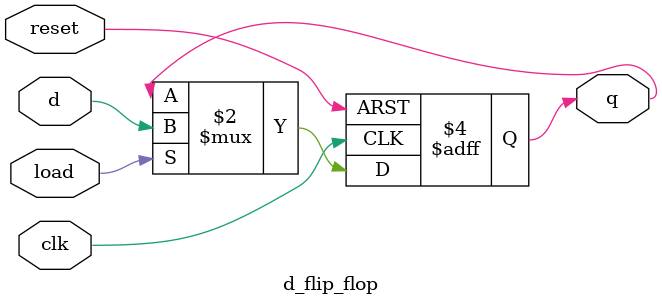
<source format=sv>
module d_flip_flop(input logic d, clk, reset, load, output logic q);

	always_ff @ (posedge clk or posedge reset)
	begin
		if (reset)
			q <= 1'b0;
		else if (load)
			q <= d;
	end
	
endmodule

</source>
